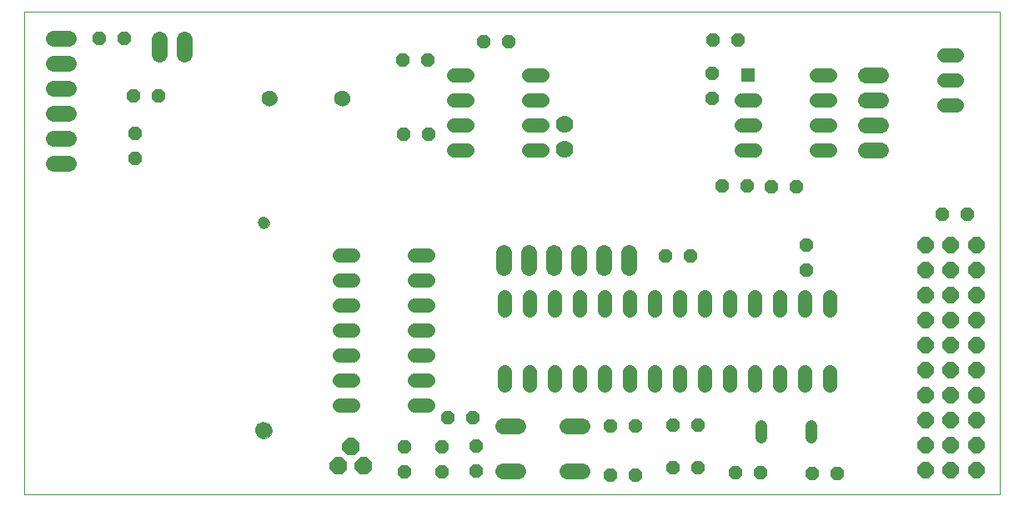
<source format=gbs>
G75*
%MOIN*%
%OFA0B0*%
%FSLAX24Y24*%
%IPPOS*%
%LPD*%
%AMOC8*
5,1,8,0,0,1.08239X$1,22.5*
%
%ADD10C,0.0000*%
%ADD11OC8,0.0700*%
%ADD12C,0.0473*%
%ADD13C,0.0670*%
%ADD14C,0.0560*%
%ADD15OC8,0.0640*%
%ADD16R,0.0560X0.0560*%
%ADD17C,0.0640*%
%ADD18C,0.0480*%
%ADD19OC8,0.0560*%
%ADD20C,0.0631*%
%ADD21C,0.0700*%
D10*
X000180Y000550D02*
X000180Y019841D01*
X039156Y019841D01*
X039156Y000550D01*
X000180Y000550D01*
X009432Y003085D02*
X009434Y003120D01*
X009440Y003155D01*
X009450Y003189D01*
X009463Y003222D01*
X009480Y003253D01*
X009501Y003281D01*
X009524Y003308D01*
X009551Y003331D01*
X009579Y003352D01*
X009610Y003369D01*
X009643Y003382D01*
X009677Y003392D01*
X009712Y003398D01*
X009747Y003400D01*
X009782Y003398D01*
X009817Y003392D01*
X009851Y003382D01*
X009884Y003369D01*
X009915Y003352D01*
X009943Y003331D01*
X009970Y003308D01*
X009993Y003281D01*
X010014Y003253D01*
X010031Y003222D01*
X010044Y003189D01*
X010054Y003155D01*
X010060Y003120D01*
X010062Y003085D01*
X010060Y003050D01*
X010054Y003015D01*
X010044Y002981D01*
X010031Y002948D01*
X010014Y002917D01*
X009993Y002889D01*
X009970Y002862D01*
X009943Y002839D01*
X009915Y002818D01*
X009884Y002801D01*
X009851Y002788D01*
X009817Y002778D01*
X009782Y002772D01*
X009747Y002770D01*
X009712Y002772D01*
X009677Y002778D01*
X009643Y002788D01*
X009610Y002801D01*
X009579Y002818D01*
X009551Y002839D01*
X009524Y002862D01*
X009501Y002889D01*
X009480Y002917D01*
X009463Y002948D01*
X009450Y002981D01*
X009440Y003015D01*
X009434Y003050D01*
X009432Y003085D01*
X009530Y011392D02*
X009532Y011421D01*
X009538Y011449D01*
X009547Y011477D01*
X009560Y011503D01*
X009577Y011526D01*
X009596Y011548D01*
X009618Y011567D01*
X009643Y011582D01*
X009669Y011595D01*
X009697Y011603D01*
X009725Y011608D01*
X009754Y011609D01*
X009783Y011606D01*
X009811Y011599D01*
X009838Y011589D01*
X009864Y011575D01*
X009887Y011558D01*
X009908Y011538D01*
X009926Y011515D01*
X009941Y011490D01*
X009952Y011463D01*
X009960Y011435D01*
X009964Y011406D01*
X009964Y011378D01*
X009960Y011349D01*
X009952Y011321D01*
X009941Y011294D01*
X009926Y011269D01*
X009908Y011246D01*
X009887Y011226D01*
X009864Y011209D01*
X009838Y011195D01*
X009811Y011185D01*
X009783Y011178D01*
X009754Y011175D01*
X009725Y011176D01*
X009697Y011181D01*
X009669Y011189D01*
X009643Y011202D01*
X009618Y011217D01*
X009596Y011236D01*
X009577Y011258D01*
X009560Y011281D01*
X009547Y011307D01*
X009538Y011335D01*
X009532Y011363D01*
X009530Y011392D01*
X009676Y016376D02*
X009678Y016410D01*
X009684Y016444D01*
X009694Y016477D01*
X009707Y016508D01*
X009725Y016538D01*
X009745Y016566D01*
X009769Y016591D01*
X009795Y016613D01*
X009823Y016631D01*
X009854Y016647D01*
X009886Y016659D01*
X009920Y016667D01*
X009954Y016671D01*
X009988Y016671D01*
X010022Y016667D01*
X010056Y016659D01*
X010088Y016647D01*
X010118Y016631D01*
X010147Y016613D01*
X010173Y016591D01*
X010197Y016566D01*
X010217Y016538D01*
X010235Y016508D01*
X010248Y016477D01*
X010258Y016444D01*
X010264Y016410D01*
X010266Y016376D01*
X010264Y016342D01*
X010258Y016308D01*
X010248Y016275D01*
X010235Y016244D01*
X010217Y016214D01*
X010197Y016186D01*
X010173Y016161D01*
X010147Y016139D01*
X010119Y016121D01*
X010088Y016105D01*
X010056Y016093D01*
X010022Y016085D01*
X009988Y016081D01*
X009954Y016081D01*
X009920Y016085D01*
X009886Y016093D01*
X009854Y016105D01*
X009823Y016121D01*
X009795Y016139D01*
X009769Y016161D01*
X009745Y016186D01*
X009725Y016214D01*
X009707Y016244D01*
X009694Y016275D01*
X009684Y016308D01*
X009678Y016342D01*
X009676Y016376D01*
X012590Y016376D02*
X012592Y016410D01*
X012598Y016444D01*
X012608Y016477D01*
X012621Y016508D01*
X012639Y016538D01*
X012659Y016566D01*
X012683Y016591D01*
X012709Y016613D01*
X012737Y016631D01*
X012768Y016647D01*
X012800Y016659D01*
X012834Y016667D01*
X012868Y016671D01*
X012902Y016671D01*
X012936Y016667D01*
X012970Y016659D01*
X013002Y016647D01*
X013032Y016631D01*
X013061Y016613D01*
X013087Y016591D01*
X013111Y016566D01*
X013131Y016538D01*
X013149Y016508D01*
X013162Y016477D01*
X013172Y016444D01*
X013178Y016410D01*
X013180Y016376D01*
X013178Y016342D01*
X013172Y016308D01*
X013162Y016275D01*
X013149Y016244D01*
X013131Y016214D01*
X013111Y016186D01*
X013087Y016161D01*
X013061Y016139D01*
X013033Y016121D01*
X013002Y016105D01*
X012970Y016093D01*
X012936Y016085D01*
X012902Y016081D01*
X012868Y016081D01*
X012834Y016085D01*
X012800Y016093D01*
X012768Y016105D01*
X012737Y016121D01*
X012709Y016139D01*
X012683Y016161D01*
X012659Y016186D01*
X012639Y016214D01*
X012621Y016244D01*
X012608Y016275D01*
X012598Y016308D01*
X012592Y016342D01*
X012590Y016376D01*
D11*
X013231Y002433D03*
X012731Y001683D03*
X013731Y001683D03*
D12*
X009747Y011392D03*
D13*
X009747Y003085D03*
D14*
X012786Y004085D02*
X013306Y004085D01*
X013306Y005085D02*
X012786Y005085D01*
X012786Y006085D02*
X013306Y006085D01*
X013306Y007085D02*
X012786Y007085D01*
X012786Y008085D02*
X013306Y008085D01*
X013306Y009085D02*
X012786Y009085D01*
X012786Y010085D02*
X013306Y010085D01*
X015786Y010085D02*
X016306Y010085D01*
X016306Y009085D02*
X015786Y009085D01*
X015786Y008085D02*
X016306Y008085D01*
X016306Y007085D02*
X015786Y007085D01*
X015786Y006085D02*
X016306Y006085D01*
X016306Y005085D02*
X015786Y005085D01*
X015786Y004085D02*
X016306Y004085D01*
X019369Y004916D02*
X019369Y005436D01*
X020369Y005436D02*
X020369Y004916D01*
X021369Y004916D02*
X021369Y005436D01*
X022369Y005436D02*
X022369Y004916D01*
X023369Y004916D02*
X023369Y005436D01*
X024369Y005436D02*
X024369Y004916D01*
X025369Y004916D02*
X025369Y005436D01*
X026369Y005436D02*
X026369Y004916D01*
X027369Y004916D02*
X027369Y005436D01*
X028369Y005436D02*
X028369Y004916D01*
X029369Y004916D02*
X029369Y005436D01*
X030369Y005436D02*
X030369Y004916D01*
X031369Y004916D02*
X031369Y005436D01*
X032369Y005436D02*
X032369Y004916D01*
X032369Y007916D02*
X032369Y008436D01*
X031369Y008436D02*
X031369Y007916D01*
X030369Y007916D02*
X030369Y008436D01*
X029369Y008436D02*
X029369Y007916D01*
X028369Y007916D02*
X028369Y008436D01*
X027369Y008436D02*
X027369Y007916D01*
X026369Y007916D02*
X026369Y008436D01*
X025369Y008436D02*
X025369Y007916D01*
X024369Y007916D02*
X024369Y008436D01*
X023369Y008436D02*
X023369Y007916D01*
X022369Y007916D02*
X022369Y008436D01*
X021369Y008436D02*
X021369Y007916D01*
X020369Y007916D02*
X020369Y008436D01*
X019369Y008436D02*
X019369Y007916D01*
X020341Y014306D02*
X020861Y014306D01*
X020861Y015306D02*
X020341Y015306D01*
X020341Y016306D02*
X020861Y016306D01*
X020861Y017306D02*
X020341Y017306D01*
X017861Y017306D02*
X017341Y017306D01*
X017341Y016306D02*
X017861Y016306D01*
X017861Y015306D02*
X017341Y015306D01*
X017341Y014306D02*
X017861Y014306D01*
X028837Y014306D02*
X029357Y014306D01*
X029357Y015306D02*
X028837Y015306D01*
X028837Y016306D02*
X029357Y016306D01*
X031837Y016306D02*
X032357Y016306D01*
X032357Y017306D02*
X031837Y017306D01*
X031837Y015306D02*
X032357Y015306D01*
X032357Y014306D02*
X031837Y014306D01*
X036928Y016085D02*
X037448Y016085D01*
X037448Y017085D02*
X036928Y017085D01*
X036928Y018085D02*
X037448Y018085D01*
D15*
X037211Y010491D03*
X036211Y010491D03*
X036211Y009491D03*
X037211Y009491D03*
X038231Y009510D03*
X038231Y008510D03*
X037211Y008491D03*
X036211Y008491D03*
X036211Y007491D03*
X037211Y007491D03*
X038231Y007510D03*
X038231Y006510D03*
X037211Y006491D03*
X036211Y006491D03*
X036211Y005491D03*
X037211Y005491D03*
X038231Y005510D03*
X038231Y004510D03*
X037211Y004491D03*
X036211Y004491D03*
X036211Y003491D03*
X037211Y003491D03*
X038231Y003510D03*
X038231Y002510D03*
X037211Y002491D03*
X036211Y002491D03*
X036211Y001491D03*
X037211Y001491D03*
X038231Y001510D03*
X038231Y010510D03*
D16*
X029097Y017306D03*
D17*
X033805Y017286D02*
X034405Y017286D01*
X034405Y016286D02*
X033805Y016286D01*
X033805Y015286D02*
X034405Y015286D01*
X034405Y014286D02*
X033805Y014286D01*
X024341Y010212D02*
X024341Y009612D01*
X023341Y009612D02*
X023341Y010212D01*
X022341Y010212D02*
X022341Y009612D01*
X021341Y009612D02*
X021341Y010212D01*
X020341Y010212D02*
X020341Y009612D01*
X019341Y009612D02*
X019341Y010212D01*
X019309Y003251D02*
X019909Y003251D01*
X021869Y003251D02*
X022469Y003251D01*
X022469Y001471D02*
X021869Y001471D01*
X019909Y001471D02*
X019309Y001471D01*
X001952Y013782D02*
X001352Y013782D01*
X001352Y014782D02*
X001952Y014782D01*
X001952Y015782D02*
X001352Y015782D01*
X001352Y016782D02*
X001952Y016782D01*
X001952Y017782D02*
X001352Y017782D01*
X001352Y018782D02*
X001952Y018782D01*
X005558Y018731D02*
X005558Y018131D01*
X006558Y018131D02*
X006558Y018731D01*
D18*
X029627Y003254D02*
X029627Y002814D01*
X031627Y002814D02*
X031627Y003254D01*
D19*
X031656Y001365D03*
X032656Y001365D03*
X029617Y001400D03*
X028617Y001400D03*
X027109Y001585D03*
X026109Y001585D03*
X024597Y001302D03*
X023597Y001302D03*
X023597Y003262D03*
X024597Y003262D03*
X026117Y003317D03*
X027117Y003317D03*
X018239Y002451D03*
X016857Y002428D03*
X015365Y002447D03*
X015365Y001447D03*
X016857Y001428D03*
X018239Y001451D03*
X018101Y003617D03*
X017101Y003617D03*
X025822Y010057D03*
X026822Y010057D03*
X031428Y010514D03*
X031428Y009514D03*
X036885Y011727D03*
X037885Y011727D03*
X031034Y012845D03*
X030034Y012845D03*
X029086Y012869D03*
X028086Y012869D03*
X027688Y016369D03*
X027688Y017369D03*
X027708Y018715D03*
X028708Y018715D03*
X019554Y018640D03*
X018554Y018640D03*
X016306Y017892D03*
X015306Y017892D03*
X015349Y014924D03*
X016349Y014924D03*
X005554Y016475D03*
X004554Y016475D03*
X004617Y014967D03*
X004617Y013967D03*
X004176Y018778D03*
X003176Y018778D03*
D20*
X009971Y016376D03*
X012885Y016376D03*
D21*
X021771Y015333D03*
X021771Y014333D03*
M02*

</source>
